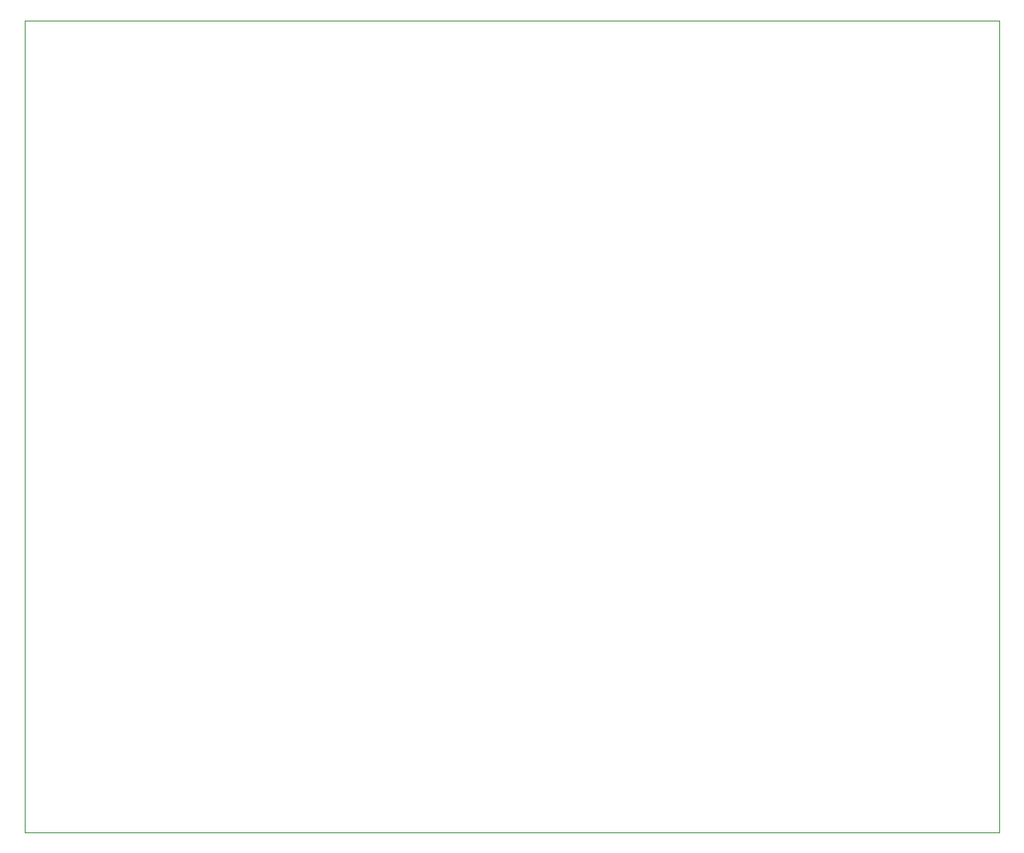
<source format=gbr>
%TF.GenerationSoftware,KiCad,Pcbnew,8.0.0*%
%TF.CreationDate,2024-09-14T23:12:03+02:00*%
%TF.ProjectId,led_stairs_controller,6c65645f-7374-4616-9972-735f636f6e74,V0.4*%
%TF.SameCoordinates,Original*%
%TF.FileFunction,Profile,NP*%
%FSLAX46Y46*%
G04 Gerber Fmt 4.6, Leading zero omitted, Abs format (unit mm)*
G04 Created by KiCad (PCBNEW 8.0.0) date 2024-09-14 23:12:03*
%MOMM*%
%LPD*%
G01*
G04 APERTURE LIST*
%TA.AperFunction,Profile*%
%ADD10C,0.120000*%
%TD*%
G04 APERTURE END LIST*
D10*
%TO.C,MOD1*%
X101175000Y-55745000D02*
X101175000Y-138995000D01*
X101175000Y-138995000D02*
X201175000Y-138995000D01*
X201175000Y-55745000D02*
X101175000Y-55745000D01*
X201175000Y-138995000D02*
X201175000Y-55745000D01*
%TD*%
M02*

</source>
